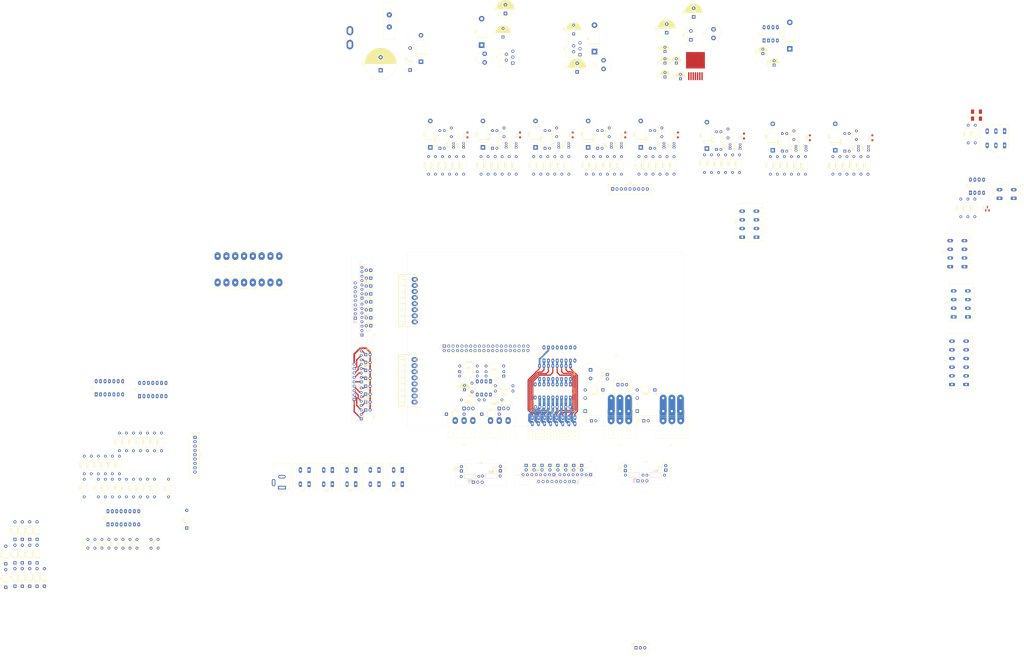
<source format=kicad_pcb>
(kicad_pcb
	(version 20240108)
	(generator "pcbnew")
	(generator_version "8.0")
	(general
		(thickness 1.6)
		(legacy_teardrops no)
	)
	(paper "A4")
	(layers
		(0 "F.Cu" signal)
		(31 "B.Cu" signal)
		(32 "B.Adhes" user "B.Adhesive")
		(33 "F.Adhes" user "F.Adhesive")
		(34 "B.Paste" user)
		(35 "F.Paste" user)
		(36 "B.SilkS" user "B.Silkscreen")
		(37 "F.SilkS" user "F.Silkscreen")
		(38 "B.Mask" user)
		(39 "F.Mask" user)
		(40 "Dwgs.User" user "User.Drawings")
		(41 "Cmts.User" user "User.Comments")
		(42 "Eco1.User" user "User.Eco1")
		(43 "Eco2.User" user "User.Eco2")
		(44 "Edge.Cuts" user)
		(45 "Margin" user)
		(46 "B.CrtYd" user "B.Courtyard")
		(47 "F.CrtYd" user "F.Courtyard")
		(48 "B.Fab" user)
		(49 "F.Fab" user)
		(50 "User.1" user)
		(51 "User.2" user)
		(52 "User.3" user)
		(53 "User.4" user)
		(54 "User.5" user)
		(55 "User.6" user)
		(56 "User.7" user)
		(57 "User.8" user)
		(58 "User.9" user)
	)
	(setup
		(pad_to_mask_clearance 0)
		(allow_soldermask_bridges_in_footprints no)
		(pcbplotparams
			(layerselection 0x00010fc_ffffffff)
			(plot_on_all_layers_selection 0x0000000_00000000)
			(disableapertmacros no)
			(usegerberextensions no)
			(usegerberattributes yes)
			(usegerberadvancedattributes yes)
			(creategerberjobfile yes)
			(dashed_line_dash_ratio 12.000000)
			(dashed_line_gap_ratio 3.000000)
			(svgprecision 4)
			(plotframeref no)
			(viasonmask no)
			(mode 1)
			(useauxorigin no)
			(hpglpennumber 1)
			(hpglpenspeed 20)
			(hpglpendiameter 15.000000)
			(pdf_front_fp_property_popups yes)
			(pdf_back_fp_property_popups yes)
			(dxfpolygonmode yes)
			(dxfimperialunits yes)
			(dxfusepcbnewfont yes)
			(psnegative no)
			(psa4output no)
			(plotreference yes)
			(plotvalue yes)
			(plotfptext yes)
			(plotinvisibletext no)
			(sketchpadsonfab no)
			(subtractmaskfromsilk no)
			(outputformat 1)
			(mirror no)
			(drillshape 1)
			(scaleselection 1)
			(outputdirectory "")
		)
	)
	(net 0 "")
	(net 1 "+5V")
	(net 2 "/Buzzer")
	(net 3 "+24V filtered")
	(net 4 "GND")
	(net 5 "+3V3")
	(net 6 "/ADC_CH3")
	(net 7 "/ADC_CH1")
	(net 8 "+12V")
	(net 9 "Net-(D6-K)")
	(net 10 "Net-(U1-BOOT)")
	(net 11 "/Dig-IN_1")
	(net 12 "Net-(U11-CAP+)")
	(net 13 "Net-(D14-K)")
	(net 14 "-5V")
	(net 15 "/ADC_CH5")
	(net 16 "/ADC_CH6")
	(net 17 "/ADC_CH0")
	(net 18 "/ADC_CH2")
	(net 19 "/ADC_CH7")
	(net 20 "/ADC_CH4")
	(net 21 "/Dig-IN_2")
	(net 22 "/Dig-IN_3")
	(net 23 "/Dig-IN_4")
	(net 24 "/Dig-IN_5")
	(net 25 "/Dig-IN_6")
	(net 26 "/Dig-IN_7")
	(net 27 "/Dig-IN_8")
	(net 28 "Net-(D1-K)")
	(net 29 "Net-(D2-K)")
	(net 30 "Net-(D4-A)")
	(net 31 "Net-(D5-K)")
	(net 32 "Net-(D11-A)")
	(net 33 "Net-(D13-A)")
	(net 34 "OUT_Digital_1_open-drain")
	(net 35 "Net-(D21-A)")
	(net 36 "Net-(D24-A)")
	(net 37 "IN_Analog_6 (0-20mA)")
	(net 38 "IN_Analog_7 (0-20mA)")
	(net 39 "/OUT_PWM_1_diode")
	(net 40 "/OUT_PWM_2_diode")
	(net 41 "Net-(D34-A)")
	(net 42 "Net-(D38-A)")
	(net 43 "OUT_Digital_2_open-drain")
	(net 44 "OUT_Digital_3_open-drain")
	(net 45 "OUT_Digital_4_open-drain")
	(net 46 "OUT_Digital_5_open-drain")
	(net 47 "I2C_SDA")
	(net 48 "RS485_B")
	(net 49 "RS485_A")
	(net 50 "Net-(D50-A1)")
	(net 51 "Net-(D51-A)")
	(net 52 "Net-(D53-A1)")
	(net 53 "Net-(D54-A)")
	(net 54 "Net-(D56-A1)")
	(net 55 "Net-(D57-A)")
	(net 56 "Net-(D59-A1)")
	(net 57 "Net-(D60-A)")
	(net 58 "Net-(D62-A1)")
	(net 59 "Net-(D63-A)")
	(net 60 "Net-(D65-A1)")
	(net 61 "Net-(D66-A)")
	(net 62 "Net-(D68-A1)")
	(net 63 "Net-(D69-A)")
	(net 64 "Net-(D71-A1)")
	(net 65 "Net-(D72-A)")
	(net 66 "+BATT")
	(net 67 "unconnected-(J1-ID_SD{slash}GPIO0-Pad27)")
	(net 68 "/SPI_CE0_ADC")
	(net 69 "Net-(J1-3V3-Pad1)")
	(net 70 "/SPI0_miso_ADC")
	(net 71 "/UART_DIR-T")
	(net 72 "/SPI0_mosi_ADC")
	(net 73 "/SPI0_sclk_ADC")
	(net 74 "/UART_TX")
	(net 75 "/SPI1_miso_FREE")
	(net 76 "/SR-OUT_latch")
	(net 77 "/SPI1_mosi_FREE")
	(net 78 "/SR-OUT_clock")
	(net 79 "/SR-OUT_data")
	(net 80 "unconnected-(J1-ID_SC{slash}GPIO1-Pad28)")
	(net 81 "/SPI1_CE_FREE")
	(net 82 "/UART_RX")
	(net 83 "/OUT_PWM_2")
	(net 84 "/SPI1_sclk_FREE")
	(net 85 "/OUT_PWM_1")
	(net 86 "IN_Digital_8")
	(net 87 "IN_Digital_5")
	(net 88 "IN_Digital_2")
	(net 89 "IN_Digital_3")
	(net 90 "IN_Digital_4")
	(net 91 "IN_Digital_6")
	(net 92 "IN_Digital_7")
	(net 93 "IN_Digital_1")
	(net 94 "OUT_Digital_8")
	(net 95 "OUT_Digital_7_open-drain")
	(net 96 "OUT_Digital_2")
	(net 97 "OUT_Digital_4")
	(net 98 "OUT_Digital_5")
	(net 99 "OUT_Digital_6")
	(net 100 "OUT_Digital_3")
	(net 101 "OUT_Digital_7")
	(net 102 "OUT_Digital_8_open-drain")
	(net 103 "OUT_Digital_1")
	(net 104 "OUT_Digital_6_open-drain")
	(net 105 "Net-(J4-Pin_1)")
	(net 106 "Net-(J4-Pin_2)")
	(net 107 "Net-(J4-Pin_3)")
	(net 108 "OUT_Digital_COM_open-drain")
	(net 109 "Net-(J6-Pin_1)")
	(net 110 "Net-(J6-Pin_3)")
	(net 111 "Net-(J6-Pin_2)")
	(net 112 "IN_Analog_1 (0-3.3V)")
	(net 113 "IN_Analog_5 (0-24V)")
	(net 114 "IN_Analog_4 (0-12V)")
	(net 115 "IN_Analog_2 (0-5V)")
	(net 116 "IN_Analog_0 (0-3.3V)")
	(net 117 "IN_Analog_3 (0-5V)")
	(net 118 "Net-(Q1-G)")
	(net 119 "Net-(Q2-G)")
	(net 120 "Net-(Q2-D)")
	(net 121 "Net-(Q5-G)")
	(net 122 "Net-(Q6-G)")
	(net 123 "Net-(Q7-G)")
	(net 124 "Net-(Q7-D)")
	(net 125 "Net-(Q8-G)")
	(net 126 "Net-(Q9-G)")
	(net 127 "Net-(Q9-D)")
	(net 128 "Net-(Q10-G)")
	(net 129 "Net-(Q11-D)")
	(net 130 "Net-(Q11-G)")
	(net 131 "Net-(Q12-G)")
	(net 132 "Net-(Q13-G)")
	(net 133 "Net-(Q13-D)")
	(net 134 "Net-(Q14-G)")
	(net 135 "Net-(Q15-D)")
	(net 136 "Net-(Q15-G)")
	(net 137 "Net-(Q16-G)")
	(net 138 "Net-(Q17-G)")
	(net 139 "Net-(Q17-D)")
	(net 140 "Net-(Q18-G)")
	(net 141 "Net-(Q19-D)")
	(net 142 "Net-(Q19-G)")
	(net 143 "Net-(Q20-G)")
	(net 144 "Net-(R2-Pad2)")
	(net 145 "Net-(U9C--)")
	(net 146 "Net-(U12-~{OUTA})")
	(net 147 "Net-(U12-~{OUTB})")
	(net 148 "Net-(U12-INB)")
	(net 149 "Net-(R33-Pad1)")
	(net 150 "Net-(U9D--)")
	(net 151 "Net-(R59-Pad2)")
	(net 152 "Net-(R66-Pad2)")
	(net 153 "Net-(R73-Pad2)")
	(net 154 "Net-(R80-Pad2)")
	(net 155 "Net-(R87-Pad2)")
	(net 156 "Net-(R94-Pad2)")
	(net 157 "Net-(R101-Pad2)")
	(net 158 "Net-(U12-INA)")
	(net 159 "Net-(R108-Pad1)")
	(net 160 "unconnected-(U1-EN-Pad7)")
	(net 161 "unconnected-(U1-NC-Pad5)")
	(net 162 "unconnected-(U2-QH'-Pad9)")
	(net 163 "unconnected-(U11-OSC-Pad7)")
	(net 164 "unconnected-(U11-NC-Pad1)")
	(net 165 "unconnected-(U12-NC-Pad8)")
	(net 166 "unconnected-(U12-NC-Pad1)")
	(net 167 "Net-(D45-K)")
	(net 168 "unconnected-(J3-Pin_13-Pad13)")
	(net 169 "unconnected-(J3-Pin_1-Pad1)")
	(net 170 "unconnected-(J3-Pin_3-Pad3)")
	(net 171 "unconnected-(J3-Pin_8-Pad8)")
	(net 172 "unconnected-(J3-Pin_15-Pad15)")
	(net 173 "unconnected-(J3-Pin_11-Pad11)")
	(net 174 "unconnected-(J3-Pin_5-Pad5)")
	(net 175 "unconnected-(J3-Pin_14-Pad14)")
	(net 176 "unconnected-(J3-Pin_10-Pad10)")
	(net 177 "unconnected-(J3-Pin_4-Pad4)")
	(net 178 "unconnected-(J3-Pin_6-Pad6)")
	(net 179 "unconnected-(J3-Pin_7-Pad7)")
	(net 180 "unconnected-(J3-Pin_16-Pad16)")
	(net 181 "unconnected-(J3-Pin_9-Pad9)")
	(net 182 "unconnected-(J3-Pin_2-Pad2)")
	(net 183 "unconnected-(J3-Pin_12-Pad12)")
	(net 184 "/LED_analog-CH6")
	(net 185 "/LED_analog-CH2")
	(net 186 "/LED_analog-CH7")
	(net 187 "/LED_analog-CH5")
	(net 188 "/LED_analog-CH0")
	(net 189 "/LED_analog-CH1")
	(net 190 "/LED_analog-CH3")
	(net 191 "/LED_analog-CH4")
	(net 192 "Net-(D10-K)")
	(net 193 "Net-(D7-A)")
	(net 194 "Net-(D8-A)")
	(net 195 "Net-(D10-A)")
	(net 196 "Net-(D15-A)")
	(net 197 "Net-(D17-A)")
	(net 198 "Net-(D23-A)")
	(net 199 "Net-(D26-A)")
	(net 200 "Net-(D27-A)")
	(net 201 "Net-(D82-K)")
	(net 202 "Net-(D82-A)")
	(net 203 "Net-(D83-K)")
	(net 204 "Net-(D84-K)")
	(net 205 "Net-(D85-K)")
	(net 206 "Net-(D86-K)")
	(net 207 "Net-(D87-K)")
	(net 208 "Net-(D88-K)")
	(net 209 "Net-(D89-K)")
	(net 210 "Net-(J25-Pin_8)")
	(net 211 "Net-(J25-Pin_5)")
	(net 212 "Net-(J25-Pin_7)")
	(net 213 "Net-(J25-Pin_2)")
	(net 214 "Net-(J25-Pin_6)")
	(net 215 "Net-(J25-Pin_1)")
	(net 216 "Net-(J25-Pin_4)")
	(net 217 "Net-(J25-Pin_3)")
	(net 218 "Net-(J27-Pin_4)")
	(net 219 "Net-(J27-Pin_8)")
	(net 220 "Net-(J27-Pin_1)")
	(net 221 "Net-(J27-Pin_5)")
	(net 222 "Net-(J27-Pin_6)")
	(net 223 "Net-(J27-Pin_7)")
	(net 224 "Net-(J27-Pin_3)")
	(net 225 "Net-(J27-Pin_2)")
	(net 226 "Net-(D20-A)")
	(net 227 "Net-(D20-K)")
	(net 228 "Net-(D30-K)")
	(net 229 "Net-(D37-K)")
	(net 230 "Net-(D40-K)")
	(net 231 "Net-(D41-K)")
	(net 232 "Net-(D42-K)")
	(net 233 "Net-(D43-K)")
	(net 234 "Net-(D44-K)")
	(net 235 "/LED_digital-out_2")
	(net 236 "/LED_digital-out_8")
	(net 237 "/LED_digital-out_6")
	(net 238 "/LED_digital-out_5")
	(net 239 "/LED_digital-out_4")
	(net 240 "/LED_digital-out_7")
	(net 241 "/LED_digital-out_1")
	(net 242 "/LED_digital-out_3")
	(net 243 "Net-(J23-Pin_1)")
	(net 244 "Net-(J23-Pin_5)")
	(net 245 "Net-(J23-Pin_3)")
	(net 246 "Net-(J23-Pin_2)")
	(net 247 "Net-(J23-Pin_8)")
	(net 248 "Net-(J23-Pin_7)")
	(net 249 "Net-(J23-Pin_4)")
	(net 250 "Net-(J23-Pin_6)")
	(net 251 "/LED_relay-1")
	(net 252 "/LED_PWM-1")
	(net 253 "/LED_PWM-2")
	(net 254 "Net-(D34-K)")
	(net 255 "/LED_relay-2")
	(net 256 "Net-(D52-K)")
	(net 257 "Net-(D52-A)")
	(net 258 "Net-(D55-K)")
	(net 259 "Net-(J30-Pin_3)")
	(net 260 "Net-(J30-Pin_2)")
	(net 261 "Net-(J31-Pin_3)")
	(net 262 "Net-(J31-Pin_2)")
	(net 263 "Net-(RN9-R2.2)")
	(net 264 "Net-(RN9-R8.2)")
	(net 265 "Net-(RN9-R7.2)")
	(net 266 "Net-(RN9-R5.2)")
	(net 267 "Net-(RN9-R1.2)")
	(net 268 "Net-(RN9-R6.2)")
	(net 269 "Net-(RN9-R3.2)")
	(net 270 "Net-(RN9-R4.2)")
	(footprint "Capacitor_THT:CP_Radial_D10.0mm_P5.00mm" (layer "F.Cu") (at 136.35 -61.907323 90))
	(footprint "Resistor_THT:R_Axial_DIN0207_L6.3mm_D2.5mm_P10.16mm_Horizontal" (layer "F.Cu") (at 226 -3.92 90))
	(footprint "Connector_JST:JST_XH_B9B-XH-A_1x09_P2.50mm_Vertical" (layer "F.Cu") (at 156.8272 5.6218))
	(footprint "Resistor_THT:R_Axial_DIN0207_L6.3mm_D2.5mm_P10.16mm_Horizontal" (layer "F.Cu") (at 357.655 21.6 90))
	(footprint "Package_TO_SOT_THT:TO-92_Inline" (layer "F.Cu") (at 192.23 -18.29 90))
	(footprint "Package_DIP:DIP-4_W10.16mm" (layer "F.Cu") (at 68.58 110.998))
	(footprint "Diode_THT:D_A-405_P10.16mm_Horizontal" (layer "F.Cu") (at -175.206 221.281 90))
	(footprint "Resistor_THT:R_Axial_DIN0207_L6.3mm_D2.5mm_P10.16mm_Horizontal" (layer "F.Cu") (at -127.706 169.901 90))
	(footprint "Connector_PinSocket_2.54mm:PinSocket_1x02_P2.54mm_Vertical" (layer "F.Cu") (at 153.761 112.669))
	(footprint "Capacitor_THT:CP_Radial_D5.0mm_P2.50mm" (layer "F.Cu") (at 71.374 121.412 90))
	(footprint "Relay_THT:Relay_SPDT_Omron_G2RL-1-E" (layer "F.Cu") (at 141.036 133.731 90))
	(footprint "Resistor_THT:R_Axial_DIN0207_L6.3mm_D2.5mm_P10.16mm_Horizontal" (layer "F.Cu") (at -99.356 183.211 90))
	(footprint "Resistor_THT:R_Axial_DIN0207_L6.3mm_D2.5mm_P10.16mm_Horizontal" (layer "F.Cu") (at -127.706 156.591 90))
	(footprint "LED_THT:LED_D3.0mm_IRGrey" (layer "F.Cu") (at 14.346 119.38))
	(footprint "Resistor_THT:R_Axial_DIN0207_L6.3mm_D2.5mm_P10.16mm_Horizontal" (layer "F.Cu") (at 115.35 -2.92 90))
	(footprint "LED_THT:LED_D3.0mm_IRGrey" (layer "F.Cu") (at 106.934 165.095 -90))
	(footprint "Capacitor_THT:CP_Radial_D8.0mm_P5.00mm" (layer "F.Cu") (at 93.59 -82.029698 90))
	(footprint "Diode_THT:D_DO-201AD_P15.24mm_Horizontal" (layer "F.Cu") (at 146.35 -73.655 90))
	(footprint "Package_DIP:DIP-8_W7.62mm_LongPads"
		(layer "F.Cu")
		(uuid "0a190fd7-2dbf-4d42-bf26-6ca23693d527")
		(at 363.2 7.825 90)
		(descr "8-lead though-hole mounted DIP package, row spacing 7.62 mm (300 mils), LongPads")
		(tags "THT DIP DIL PDIP 2.54mm 7.62mm 300mil LongPads")
		(property "Reference" "U16"
			(at 3.81 -2.33 90)
			(layer "F.SilkS")
			(uuid "774d4eee-02fd-40fc-9307-dc87ff5b3d17")
			(effects
				(font
					(size 1 1)
					(thickness 0.15)
				)
			)
		)
		(property "Value" "MAX3483"
			(at 3.81 9.95 90)
			(layer "F.Fab")
			(uuid "0a8e769d-8d10-463f-b6d0-98d39dfd4189")
			(effects
				(font
					(size 1 1)
					(thickness 0.15)
				)
			)
		)
		(property "Footprint" "Package_DIP:DIP-8_W7.62mm_LongPads"
			(at 0 0 90)
			(unlocked yes)
			(layer "F.Fab")
			(hide yes)
			(uuid "f40826d5-19cf-45ac-b5b1-b00bcb51981e")
			(effects
				(font
					(size 1.27 1.27)
					(thickness 0.15)
				)
			)
		)
		(property "Datasheet" "https://datasheets.maximintegrated.com/en/ds/MAX3483-MAX3491.pdf"
			(at 0 0 90)
			(unlocked yes)
			(layer "F.Fab")
			(hide yes)
			(uuid "2c121ce4-705a-401f-a285-fd25522f951a")
			(effects
				(font
					(size 1.27 1.27)
					(thickness 0.15)
				)
			)
		)
		(property "Description" "True RS-485/RS-422, 0.25Mbps, Slew-Rate Limited, with low-power shutdown, with receiver/driver enable, 32 receiver drive capacitity, DIP-8 and SOIC-8"
			(at 0 0 90)
			(unlocked yes)
			(layer "F.Fab")
			(hide yes)
			(uuid "5ebc0a7d-9bbe-4805-ac89-bbebcf628127")
			(effects
				(font
					(size 1.27 1.27)
					(thickness 0.15)
				)
			)
		)
		(property ki_fp_filters "DIP*W7.62mm* SOIC*3.9x4.9mm*P1.27mm*")
		(path "/0be52a61-fdab-4ded-9e87-4e3a717d77e2")
		(sheetname "Root")
		(sheetfile "pi-interface-board_v1.0.kicad_sch")
		(attr through_hole)
		(fp_line
			(start 6.06 -1.33)
			(end 4.81 -1.33)
			(stroke
				(width 0.12)
				(type solid)
			)
			(layer "F.SilkS")
			(uuid "13f8b196-7fff-46c3-8769-915480b921ce")
		)
		(fp_line
			(start 2.81 -1.33)
			(end 1.56 -1.33)
			(stroke
				(width 0.12)
				(type solid)
			)
			(layer "F.SilkS")
			(uuid "f382e960-75ce-4f8a-9bdc-e181dd51a2f4")
		)
		(fp_line
			(start 1.56 -1.33)
			(end 1.56 8.95)
			(stroke
				(width 0.12)
				(type solid)
			)
			(layer "F.SilkS")
			(uuid "f6ee7341-ec1a-4bff-8a40-1caea67e29a1")
		)
		(fp_line
			(start 6.06 8.95)
			(end 6.06 -1.33)
			(stroke
				(width 0.12)
				(type solid)
			)
			(layer "F.SilkS")
			(uuid "aa4173c5-49f2-41e4-8e6c-53fc18721f75")
		)
		(fp_line
			(start 1.56 8.95)
			(end 6.06 8.95)
			(stroke
				(width 0.12)
				(type solid)
			)
			(layer "F.SilkS")
			(uuid "11bf78bb-6d2d-4243-80eb-e74695de97b3")
		)
		(fp_arc
			(start 4.81 -1.33)
			(mid 3.81 -0.33)
			(end 2.81 -1.33)
			(stroke
				(width 0.12)
				(type solid)
			)
			(layer "F.SilkS")
			(uuid "9947883c-14e9-4098-837a-a6604b0863db")
		)
		(fp_line
			(start 9.1 -1.55)
			(end -1.45 -1.55)
			(stroke
				(width 0.05)
				(type solid)
			)
			(layer "F.CrtYd")
			(uuid "b1706fe2-6227-44aa-a883-f6941d2eaab7")
		)
		(fp_line
			(start -1.45 -1.55)
			(end -1.45 9.15)
			(stroke
				(width 0.05)
				(type solid)
			)
			(layer "F.CrtYd")
			(uuid "1f4b5f49-c116-4931-ae12-b3f3f500f25c")
		)
		(fp_line
			(start 9.1 9.15)
			(end 9.1 -1.55)
			(stroke
				(width 0.05)
				(type solid)
			)
			(layer "F.CrtYd")
			(uuid "870f306c-54f3-48ab-9c98-5a33ef52a96c")
		)
		(fp_line
			(start -1.45 9.15)
			(end 9.1 9.15)
			(stroke
				(width 0.05)
				(type solid)
			)
			(layer "F.CrtYd")
			(uuid "55089681-9069-444c-a519-dbe48c932fde")
		)
		(fp_line
			(start 6.985 -1.27)
			(end 6.985 8.89)
			(stroke
				(width 0.1)
				(type solid)
			)
			(layer "F.Fab")
			(uuid "74c8944a-85b7-49a4-9648-e32eab66384c")
		)
		(fp_line
			(start 1.635 -1.27)
			(end 6.985 -1.27)
			(stroke
				(width 0.1)
				(type solid)
			)
			(layer "F.Fab")
			(uuid "387765ee-9cc8-422c-a5a3-ecc2b7e570d5")
		)
		(fp_line
			(start 0.635 -0.27)
			(end 1.635 -1.27)
			(stroke
				(width 0.1)
				(type solid)
			)
			(layer "F.Fab")
			(uuid "2a488d99-c11e-4f39-aa09-e64687358390")
		)
		(fp_line
			(start 6.985 8.89)
			(end 0.635 8.89)
			(stroke
				(width 0.1)
				(type solid)
			)
			(layer "F.Fab")
			(uuid "2972361a-1008-4fad-9fcc-8f03d84e014f")
		)
		(fp_line
			(start 0.635 8.89)
			(end 0.635 -0.27)
			(stroke
				(width 0.1)
				(type solid)
			)
			(layer "F.Fab")
			(uuid "80ebdc76-c005-4eb7-b4b8-3e8536bf9ccc")
		)
		(fp_text user "${REFERENCE}"
			(at 3.81 3.81 90)
			(layer "F.Fab")
			(uuid "0e1602b9-5ea5-40a9-9c93-432912a1ec2a")
			(effects
				(font
					(size 1 1)
					(thickness 0.15)
				)
			)
		)
		(pad "1" thru_hole rect
			(at 0 0 90)
			(size 2.4 1.6)
			(drill 0.8)
			(layers "*.Cu" "*.Mask")
			(remove_unused_layers no)
			(net 82 "/UART_RX")
			(pinfunction "RO")
			(pintype "output")
			(uuid "38f56b45-c0ec-434f-81f2-594088f99d98")
		)
		(pad "2" thru_hole oval
			(at 0 2.54 90)
			(size 2.4 1.6)
			(drill 0.8)
			(layers "*.Cu" "*.Mask")
			(remove_unused_layers no)
			(net 71 "/UART_DIR-T")
			(pinfunction "~{RE}")
			(pintype "input")
			(uuid "c7e708f4-9bfe-48bf-8e2b-d47e8811c804")
		)
		(pad "3" thru_hole oval
			(at 0 5.08 90)
			(size 2.4 1.6)
			(drill 0.8)
			(layers "*.Cu" "*.Mask")
			(remove_unused_layers no)
			(net 71 "/UART_DIR-T")
			(pinfunction "DE")
			(pintype "input")
			(uuid "bde9401d-7a00-4ac0-924d-b92318179e2d")
		)
		(pad "4" thru_hole oval
			(at 0 7.62 90)
			(size 2.4 1.6)
			(drill 0.8)
			(layers "*.Cu" "*.Mask")
			(remove_unused_layers no)
			(net 74 "/UART_TX")
			(pinfunction "DI")
			(pintype "input")
			(uuid "de1e4629-e03a-452e-a753-1f6960d950bd")
		)
		(pad "5" thru_hole oval
			(at 7.62 7.62 90)
			(size 2.4 1.6)
			(drill 0.8)
			(layers "*.Cu" "*.Mask")
			(remove_unused_layers no)
			(net 4 "GND")
			(pinfunction "GND")
			(pintype "power_in")
			(uuid "5af1e570-a80f-4f5a-86c8-a94e42d94a14")
		)
		(pad "6" thru_hole oval
			(at 7.62 5.08 90)
			(size 2.4 1.6)
			(drill 0.8)
			(layers "*.Cu" "*.Mask")
			(remove_unused_layers no)
			(net 49 "RS485_A")
			(pinfunction "A")
			(pintype "bidirectional")
			(uuid "6e9260f5-c777-4e91-ac06-d794d15b93ab")
		)
		(pad "7" thru_hole oval
			(at 7.62 2.54 90)
			(size 2.4 1.6)
			(drill 0.8)
			(layers "*.Cu" "*.Mask")
			(remove_unused_layers no)
			(net 48 "RS485_B")
			(pinfunction "B")
			(pin
... [1909118 chars truncated]
</source>
